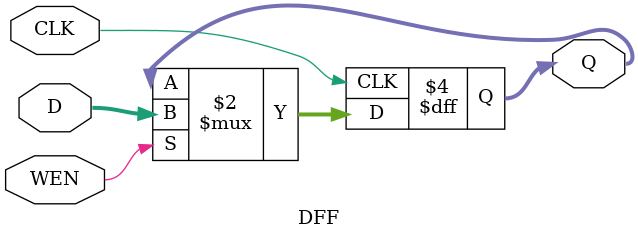
<source format=v>
module DFF #(
  parameter WIDTH = 32
) (
  input  wire             CLK,
  input  wire             WEN,
  input  wire [WIDTH-1:0] D,
  output reg  [WIDTH-1:0] Q
);

  always @(posedge CLK) begin
    if (WEN) begin
      Q[WIDTH-1:0] <= D[WIDTH-1:0];
    end
  end

  `ifndef SYNTHESIS //{
    dff_xchecker #(.WIDTH(WIDTH)) xchecker(
      .CLK(CLK         ),
      .WEN(WEN         ),
      .D  (D[WIDTH-1:0])
    );
  `endif //}

endmodule
</source>
